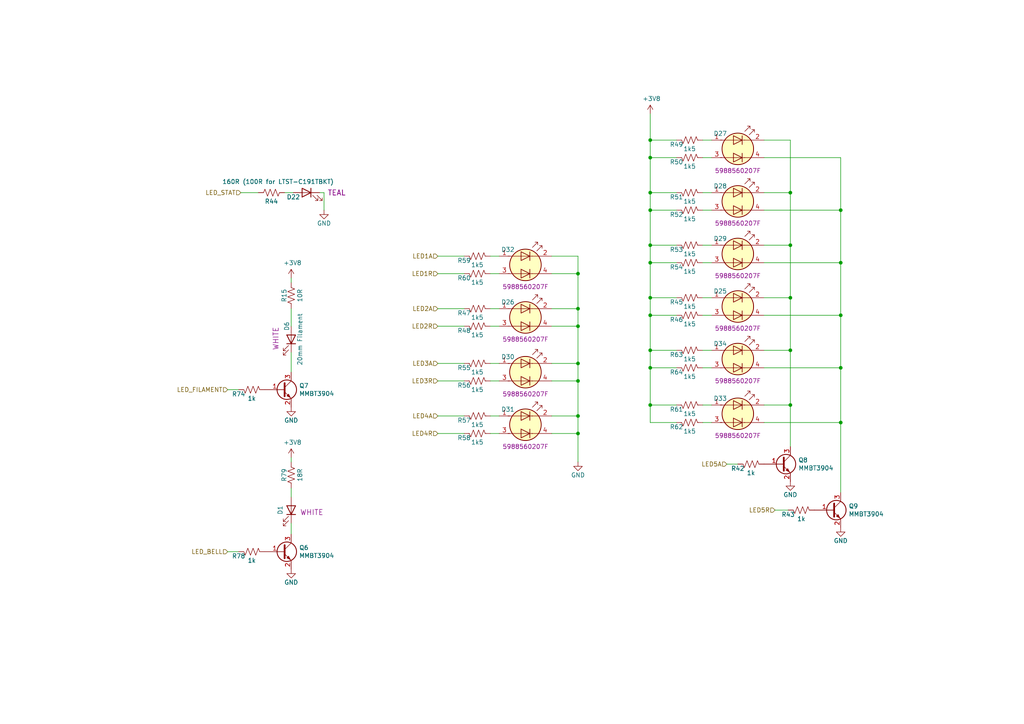
<source format=kicad_sch>
(kicad_sch (version 20231120) (generator "eeschema") (generator_version "8.0")
  (paper "A4")
  (title_block (title "RCP STATUS LEDS"))
  (lib_symbols
    (symbol "Device:LED" (pin_numbers hide) (pin_names (offset 1.016) hide)
      (property "Reference" "D" (at 0 2.54 0))
      (property "Value" "LED" (at 0 -2.54 0))
      (symbol "LED_0_1"
        (polyline (pts (xy -1.27 -1.27) (xy -1.27 1.27)) (stroke (width 0.254)))
        (polyline (pts (xy -1.27 0) (xy 1.27 0)))
        (polyline (pts (xy 1.27 -1.27) (xy 1.27 1.27) (xy -1.27 0) (xy 1.27 -1.27)) (stroke (width 0.254)))
        (polyline (pts (xy -3.048 -0.762) (xy -4.572 -2.286) (xy -3.81 -2.286) (xy -4.572 -2.286) (xy -4.572 -1.524)))
        (polyline (pts (xy -1.778 -0.762) (xy -3.302 -2.286) (xy -2.54 -2.286) (xy -3.302 -2.286) (xy -3.302 -1.524)))
      )
      (symbol "LED_1_1"
        (pin passive line (at -3.81 0 0) (length 2.54) (name "K") (number "1"))
        (pin passive line (at 3.81 0 180) (length 2.54) (name "A") (number "2"))
      )
    )
    (symbol "Device:LED_Dual_ACAC" (pin_names (offset 0) hide)
      (property "Reference" "D" (at 0 5.715 0))
      (property "Value" "Device_LED_Dual_ACAC" (at 0 -6.35 0))
      (symbol "LED_Dual_ACAC_0_1"
        (polyline (pts (xy -5.08 -2.54) (xy 2.032 -2.54)))
        (polyline (pts (xy -5.08 2.54) (xy 2.032 2.54)))
        (polyline (pts (xy 1.27 -1.27) (xy 1.27 -3.81)) (stroke (width 0.2032)))
        (polyline (pts (xy 1.27 3.81) (xy 1.27 1.27)) (stroke (width 0.2032)))
        (polyline (pts (xy 3.81 -2.54) (xy 1.905 -2.54)))
        (polyline (pts (xy 3.81 2.54) (xy 1.905 2.54)))
        (polyline (pts (xy -1.27 -1.27) (xy -1.27 -3.81) (xy 1.27 -2.54) (xy -1.27 -1.27)) (stroke (width 0.2032)))
        (polyline (pts (xy -1.27 3.81) (xy -1.27 1.27) (xy 1.27 2.54) (xy -1.27 3.81)) (stroke (width 0.2032)))
        (polyline (pts (xy 2.032 5.08) (xy 3.556 6.604) (xy 2.794 6.604) (xy 3.556 6.604) (xy 3.556 5.842)))
        (polyline (pts (xy 3.302 4.064) (xy 4.826 5.588) (xy 4.064 5.588) (xy 4.826 5.588) (xy 4.826 4.826)))
        (circle (center 0 0) (radius 4.572) (stroke (width 0.254)) (fill (type background)))
      )
      (symbol "LED_Dual_ACAC_1_1"
        (pin input line (at -7.62 2.54 0) (length 3.048) (name "A1") (number "1"))
        (pin input line (at 7.62 2.54 180) (length 3.81) (name "K1") (number "2"))
        (pin input line (at -7.62 -2.54 0) (length 3.048) (name "A2") (number "3"))
        (pin input line (at 7.62 -2.54 180) (length 3.81) (name "K2") (number "4"))
      )
    )
    (symbol "Device:R_US" (pin_numbers hide) (pin_names (offset 0))
      (property "Reference" "R" (at 2.54 0 90))
      (property "Value" "R_US" (at -2.54 0 90))
      (symbol "R_US_0_1"
        (polyline (pts (xy 0 -2.286) (xy 0 -2.54)))
        (polyline (pts (xy 0 2.286) (xy 0 2.54)))
        (polyline (pts (xy 0 -0.762) (xy 1.016 -1.143) (xy 0 -1.524) (xy -1.016 -1.905) (xy 0 -2.286)))
        (polyline (pts (xy 0 0.762) (xy 1.016 0.381) (xy 0 0) (xy -1.016 -0.381) (xy 0 -0.762)))
        (polyline (pts (xy 0 2.286) (xy 1.016 1.905) (xy 0 1.524) (xy -1.016 1.143) (xy 0 0.762)))
      )
      (symbol "R_US_1_1"
        (pin passive line (at 0 3.81 270) (length 1.27) (name "~") (number "1"))
        (pin passive line (at 0 -3.81 90) (length 1.27) (name "~") (number "2"))
      )
    )
    (symbol "Transistor_BJT:MMBT3904" (pin_names (offset 0) hide)
      (property "Reference" "Q" (at 5.08 1.905 0))
      (property "Value" "MMBT3904" (at 5.08 0 0))
      (symbol "MMBT3904_0_1"
        (polyline (pts (xy 0.635 0.635) (xy 2.54 2.54)))
        (polyline (pts (xy 0.635 -0.635) (xy 2.54 -2.54) (xy 2.54 -2.54)))
        (polyline (pts (xy 0.635 1.905) (xy 0.635 -1.905) (xy 0.635 -1.905)) (stroke (width 0.508)))
        (polyline (pts (xy 1.27 -1.778) (xy 1.778 -1.27) (xy 2.286 -2.286) (xy 1.27 -1.778) (xy 1.27 -1.778)) (fill (type outline)))
        (circle (center 1.27 0) (radius 2.8194) (stroke (width 0.254)))
      )
      (symbol "MMBT3904_1_1"
        (pin input line (at -5.08 0 0) (length 5.715) (name "B") (number "1"))
        (pin passive line (at 2.54 -5.08 90) (length 2.54) (name "E") (number "2"))
        (pin passive line (at 2.54 5.08 270) (length 2.54) (name "C") (number "3"))
      )
    )
    (symbol "power:+3V8" (power) (pin_names (offset 0))
      (property "Value" "+3V8" (at 0 3.556 0))
      (symbol "+3V8_0_1"
        (polyline (pts (xy -0.762 1.27) (xy 0 2.54)))
        (polyline (pts (xy 0 0) (xy 0 2.54)))
        (polyline (pts (xy 0 2.54) (xy 0.762 1.27)))
      )
      (symbol "+3V8_1_1"
        (pin power_in line (at 0 0 90) (length 0) hide (name "+3V8") (number "1"))
      )
    )
    (symbol "power:GND" (power) (pin_names (offset 0))
      (property "Value" "GND" (at 0 -3.81 0))
      (symbol "GND_0_1"
        (polyline (pts (xy 0 0) (xy 0 -1.27) (xy 1.27 -1.27) (xy 0 -2.54) (xy -1.27 -1.27) (xy 0 -1.27)))
      )
      (symbol "GND_1_1"
        (pin power_in line (at 0 0 270) (length 0) hide (name "GND") (number "1"))
      )
    )
  )
  (junction (at 188.595 117.475))
  (junction (at 167.64 89.535))
  (junction (at 188.595 60.96))
  (junction (at 243.84 60.96))
  (junction (at 229.235 71.12))
  (junction (at 188.595 55.88))
  (junction (at 229.235 101.6))
  (junction (at 167.64 125.73))
  (junction (at 167.64 94.615))
  (junction (at 188.595 40.64))
  (junction (at 167.64 105.41))
  (junction (at 188.595 76.2))
  (junction (at 167.64 79.375))
  (junction (at 243.84 91.44))
  (junction (at 188.595 101.6))
  (junction (at 188.595 91.44))
  (junction (at 188.595 106.68))
  (junction (at 188.595 86.36))
  (junction (at 243.84 106.68))
  (junction (at 188.595 45.72))
  (junction (at 229.235 55.88))
  (junction (at 188.595 71.12))
  (junction (at 243.84 122.555))
  (junction (at 229.235 86.36))
  (junction (at 243.84 76.2))
  (junction (at 229.235 117.475))
  (junction (at 167.64 110.49))
  (junction (at 167.64 120.65))
  (wire (pts (xy 167.64 110.49) (xy 160.02 110.49)))
  (wire (pts (xy 127 74.295) (xy 134.62 74.295)))
  (wire (pts (xy 84.455 89.535) (xy 84.455 94.615)))
  (wire (pts (xy 160.02 89.535) (xy 167.64 89.535)))
  (wire (pts (xy 221.615 86.36) (xy 229.235 86.36)))
  (wire (pts (xy 188.595 60.96) (xy 196.215 60.96)))
  (wire (pts (xy 229.235 86.36) (xy 229.235 101.6)))
  (wire (pts (xy 203.835 101.6) (xy 206.375 101.6)))
  (wire (pts (xy 188.595 40.64) (xy 188.595 45.72)))
  (wire (pts (xy 203.835 86.36) (xy 206.375 86.36)))
  (wire (pts (xy 84.455 102.235) (xy 84.455 107.95)))
  (wire (pts (xy 84.455 144.145) (xy 84.455 141.605)))
  (wire (pts (xy 144.78 125.73) (xy 142.24 125.73)))
  (wire (pts (xy 206.375 122.555) (xy 203.835 122.555)))
  (wire (pts (xy 188.595 106.68) (xy 196.215 106.68)))
  (wire (pts (xy 69.215 160.02) (xy 66.04 160.02)))
  (wire (pts (xy 203.835 117.475) (xy 206.375 117.475)))
  (wire (pts (xy 221.615 101.6) (xy 229.235 101.6)))
  (wire (pts (xy 188.595 122.555) (xy 196.215 122.555)))
  (wire (pts (xy 188.595 117.475) (xy 188.595 122.555)))
  (wire (pts (xy 221.615 45.72) (xy 243.84 45.72)))
  (wire (pts (xy 188.595 91.44) (xy 188.595 101.6)))
  (wire (pts (xy 84.455 151.765) (xy 84.455 154.94)))
  (wire (pts (xy 167.64 105.41) (xy 167.64 110.49)))
  (wire (pts (xy 167.64 79.375) (xy 167.64 89.535)))
  (wire (pts (xy 229.235 117.475) (xy 229.235 129.54)))
  (wire (pts (xy 188.595 106.68) (xy 188.595 117.475)))
  (wire (pts (xy 142.24 89.535) (xy 144.78 89.535)))
  (wire (pts (xy 188.595 86.36) (xy 188.595 91.44)))
  (wire (pts (xy 229.235 55.88) (xy 229.235 71.12)))
  (wire (pts (xy 203.835 55.88) (xy 206.375 55.88)))
  (wire (pts (xy 69.85 55.88) (xy 74.93 55.88)))
  (wire (pts (xy 84.455 80.645) (xy 84.455 81.915)))
  (wire (pts (xy 224.79 147.955) (xy 228.6 147.955)))
  (wire (pts (xy 127 110.49) (xy 134.62 110.49)))
  (wire (pts (xy 160.02 120.65) (xy 167.64 120.65)))
  (wire (pts (xy 188.595 55.88) (xy 196.215 55.88)))
  (wire (pts (xy 243.84 106.68) (xy 243.84 122.555)))
  (wire (pts (xy 127 125.73) (xy 134.62 125.73)))
  (wire (pts (xy 127 79.375) (xy 134.62 79.375)))
  (wire (pts (xy 188.595 55.88) (xy 188.595 60.96)))
  (wire (pts (xy 188.595 71.12) (xy 188.595 76.2)))
  (wire (pts (xy 243.84 122.555) (xy 243.84 142.875)))
  (wire (pts (xy 127 94.615) (xy 134.62 94.615)))
  (wire (pts (xy 243.84 76.2) (xy 243.84 91.44)))
  (wire (pts (xy 221.615 117.475) (xy 229.235 117.475)))
  (wire (pts (xy 127 89.535) (xy 134.62 89.535)))
  (wire (pts (xy 210.82 134.62) (xy 213.995 134.62)))
  (wire (pts (xy 167.64 94.615) (xy 160.02 94.615)))
  (wire (pts (xy 82.55 55.88) (xy 85.09 55.88)))
  (wire (pts (xy 160.02 74.295) (xy 167.64 74.295)))
  (wire (pts (xy 221.615 91.44) (xy 243.84 91.44)))
  (wire (pts (xy 167.64 120.65) (xy 167.64 125.73)))
  (wire (pts (xy 93.98 55.88) (xy 93.98 60.96)))
  (wire (pts (xy 127 105.41) (xy 134.62 105.41)))
  (wire (pts (xy 206.375 60.96) (xy 203.835 60.96)))
  (wire (pts (xy 229.235 40.64) (xy 229.235 55.88)))
  (wire (pts (xy 144.78 110.49) (xy 142.24 110.49)))
  (wire (pts (xy 243.84 60.96) (xy 243.84 76.2)))
  (wire (pts (xy 144.78 94.615) (xy 142.24 94.615)))
  (wire (pts (xy 188.595 71.12) (xy 196.215 71.12)))
  (wire (pts (xy 188.595 101.6) (xy 196.215 101.6)))
  (wire (pts (xy 167.64 79.375) (xy 160.02 79.375)))
  (wire (pts (xy 229.235 71.12) (xy 229.235 86.36)))
  (wire (pts (xy 144.78 79.375) (xy 142.24 79.375)))
  (wire (pts (xy 221.615 60.96) (xy 243.84 60.96)))
  (wire (pts (xy 142.24 74.295) (xy 144.78 74.295)))
  (wire (pts (xy 160.02 105.41) (xy 167.64 105.41)))
  (wire (pts (xy 167.64 74.295) (xy 167.64 79.375)))
  (wire (pts (xy 188.595 91.44) (xy 196.215 91.44)))
  (wire (pts (xy 167.64 94.615) (xy 167.64 105.41)))
  (wire (pts (xy 221.615 40.64) (xy 229.235 40.64)))
  (wire (pts (xy 221.615 76.2) (xy 243.84 76.2)))
  (wire (pts (xy 188.595 117.475) (xy 196.215 117.475)))
  (wire (pts (xy 84.455 133.985) (xy 84.455 132.715)))
  (wire (pts (xy 203.835 71.12) (xy 206.375 71.12)))
  (wire (pts (xy 188.595 76.2) (xy 196.215 76.2)))
  (wire (pts (xy 206.375 91.44) (xy 203.835 91.44)))
  (wire (pts (xy 167.64 110.49) (xy 167.64 120.65)))
  (wire (pts (xy 142.24 105.41) (xy 144.78 105.41)))
  (wire (pts (xy 188.595 86.36) (xy 196.215 86.36)))
  (wire (pts (xy 203.835 40.64) (xy 206.375 40.64)))
  (wire (pts (xy 188.595 101.6) (xy 188.595 106.68)))
  (wire (pts (xy 243.84 45.72) (xy 243.84 60.96)))
  (wire (pts (xy 188.595 45.72) (xy 196.215 45.72)))
  (wire (pts (xy 167.64 125.73) (xy 167.64 133.985)))
  (wire (pts (xy 229.235 101.6) (xy 229.235 117.475)))
  (wire (pts (xy 167.64 89.535) (xy 167.64 94.615)))
  (wire (pts (xy 69.215 113.03) (xy 66.04 113.03)))
  (wire (pts (xy 206.375 45.72) (xy 203.835 45.72)))
  (wire (pts (xy 206.375 106.68) (xy 203.835 106.68)))
  (wire (pts (xy 221.615 106.68) (xy 243.84 106.68)))
  (wire (pts (xy 188.595 45.72) (xy 188.595 55.88)))
  (wire (pts (xy 243.84 91.44) (xy 243.84 106.68)))
  (wire (pts (xy 206.375 76.2) (xy 203.835 76.2)))
  (wire (pts (xy 221.615 71.12) (xy 229.235 71.12)))
  (wire (pts (xy 167.64 125.73) (xy 160.02 125.73)))
  (wire (pts (xy 221.615 122.555) (xy 243.84 122.555)))
  (wire (pts (xy 188.595 76.2) (xy 188.595 86.36)))
  (wire (pts (xy 142.24 120.65) (xy 144.78 120.65)))
  (wire (pts (xy 92.71 55.88) (xy 93.98 55.88)))
  (wire (pts (xy 221.615 55.88) (xy 229.235 55.88)))
  (wire (pts (xy 188.595 60.96) (xy 188.595 71.12)))
  (wire (pts (xy 188.595 33.02) (xy 188.595 40.64)))
  (wire (pts (xy 127 120.65) (xy 134.62 120.65)))
  (wire (pts (xy 188.595 40.64) (xy 196.215 40.64)))
  (hierarchical_label "LED1R" (shape input) (at 127 79.375 180))
  (hierarchical_label "LED1A" (shape input) (at 127 74.295 180))
  (hierarchical_label "LED_STAT" (shape input) (at 69.85 55.88 180))
  (hierarchical_label "LED2A" (shape input) (at 127 89.535 180))
  (hierarchical_label "LED_BELL" (shape input) (at 66.04 160.02 180))
  (hierarchical_label "LED5A" (shape input) (at 210.82 134.62 180))
  (hierarchical_label "LED5R" (shape input) (at 224.79 147.955 180))
  (hierarchical_label "LED3A" (shape input) (at 127 105.41 180))
  (hierarchical_label "LED3R" (shape input) (at 127 110.49 180))
  (hierarchical_label "LED2R" (shape input) (at 127 94.615 180))
  (hierarchical_label "LED4R" (shape input) (at 127 125.73 180))
  (hierarchical_label "LED_FILAMENT" (shape input) (at 66.04 113.03 180))
  (hierarchical_label "LED4A" (shape input) (at 127 120.65 180))
  (symbol (lib_id "Device:R_US") (at 200.025 86.36 270) (mirror x) (unit 1)
    (property "Reference" "R45" (at 196.215 87.63 90))
    (property "Value" "1k5" (at 200.025 88.9 90))
    (property "Footprint" "Resistor_SMD:R_0603_1608Metric" (effects (hide yes)))
    (property "Distrib. Name" "Digi-Key" (effects (hide yes)))
    (property "Distrib Part No." "A130092CT-ND" (effects (hide yes)))
    (property "Mfg. Name" "Yageo" (effects (hide yes)))
    (property "Mfg. Part No." "RC0603JR-071K5L" (effects (hide yes)))
  )
  (symbol (lib_id "Device:R_US") (at 200.025 91.44 270) (mirror x) (unit 1)
    (property "Reference" "R46" (at 196.215 92.71 90))
    (property "Value" "1k5" (at 200.025 93.98 90))
    (property "Footprint" "Resistor_SMD:R_0603_1608Metric" (effects (hide yes)))
    (property "Distrib. Name" "Digi-Key" (effects (hide yes)))
    (property "Distrib Part No." "A130092CT-ND" (effects (hide yes)))
    (property "Mfg. Name" "Yageo" (effects (hide yes)))
    (property "Mfg. Part No." "RC0603JR-071K5L" (effects (hide yes)))
  )
  (symbol (lib_id "Device:R_US") (at 138.43 89.535 270) (mirror x) (unit 1)
    (property "Reference" "R47" (at 134.62 90.805 90))
    (property "Value" "1k5" (at 138.43 92.075 90))
    (property "Footprint" "Resistor_SMD:R_0603_1608Metric" (effects (hide yes)))
    (property "Distrib. Name" "Digi-Key" (effects (hide yes)))
    (property "Distrib Part No." "A130092CT-ND" (effects (hide yes)))
    (property "Mfg. Name" "Yageo" (effects (hide yes)))
    (property "Mfg. Part No." "RC0603JR-071K5L" (effects (hide yes)))
  )
  (symbol (lib_id "Device:R_US") (at 138.43 94.615 270) (mirror x) (unit 1)
    (property "Reference" "R48" (at 134.62 95.885 90))
    (property "Value" "1k5" (at 138.43 97.155 90))
    (property "Footprint" "Resistor_SMD:R_0603_1608Metric" (effects (hide yes)))
    (property "Distrib. Name" "Digi-Key" (effects (hide yes)))
    (property "Distrib Part No." "A130092CT-ND" (effects (hide yes)))
    (property "Mfg. Name" "Yageo" (effects (hide yes)))
    (property "Mfg. Part No." "RC0603JR-071K5L" (effects (hide yes)))
  )
  (symbol (lib_id "Device:R_US") (at 200.025 40.64 270) (mirror x) (unit 1)
    (property "Reference" "R49" (at 196.215 41.91 90))
    (property "Value" "1k5" (at 200.025 43.18 90))
    (property "Footprint" "Resistor_SMD:R_0603_1608Metric" (effects (hide yes)))
    (property "Distrib. Name" "Digi-Key" (effects (hide yes)))
    (property "Distrib Part No." "A130092CT-ND" (effects (hide yes)))
    (property "Mfg. Name" "Yageo" (effects (hide yes)))
    (property "Mfg. Part No." "RC0603JR-071K5L" (effects (hide yes)))
  )
  (symbol (lib_id "Device:R_US") (at 200.025 45.72 270) (mirror x) (unit 1)
    (property "Reference" "R50" (at 196.215 46.99 90))
    (property "Value" "1k5" (at 200.025 48.26 90))
    (property "Footprint" "Resistor_SMD:R_0603_1608Metric" (effects (hide yes)))
    (property "Distrib. Name" "Digi-Key" (effects (hide yes)))
    (property "Distrib Part No." "A130092CT-ND" (effects (hide yes)))
    (property "Mfg. Name" "Yageo" (effects (hide yes)))
    (property "Mfg. Part No." "RC0603JR-071K5L" (effects (hide yes)))
  )
  (symbol (lib_id "Device:R_US") (at 200.025 55.88 270) (mirror x) (unit 1)
    (property "Reference" "R51" (at 196.215 57.15 90))
    (property "Value" "1k5" (at 200.025 58.42 90))
    (property "Footprint" "Resistor_SMD:R_0603_1608Metric" (effects (hide yes)))
    (property "Distrib. Name" "Digi-Key" (effects (hide yes)))
    (property "Distrib Part No." "A130092CT-ND" (effects (hide yes)))
    (property "Mfg. Name" "Yageo" (effects (hide yes)))
    (property "Mfg. Part No." "RC0603JR-071K5L" (effects (hide yes)))
  )
  (symbol (lib_id "Device:R_US") (at 200.025 60.96 270) (mirror x) (unit 1)
    (property "Reference" "R52" (at 196.215 62.23 90))
    (property "Value" "1k5" (at 200.025 63.5 90))
    (property "Footprint" "Resistor_SMD:R_0603_1608Metric" (effects (hide yes)))
    (property "Distrib. Name" "Digi-Key" (effects (hide yes)))
    (property "Distrib Part No." "A130092CT-ND" (effects (hide yes)))
    (property "Mfg. Name" "Yageo" (effects (hide yes)))
    (property "Mfg. Part No." "RC0603JR-071K5L" (effects (hide yes)))
  )
  (symbol (lib_id "Device:R_US") (at 200.025 71.12 270) (mirror x) (unit 1)
    (property "Reference" "R53" (at 196.215 72.39 90))
    (property "Value" "1k5" (at 200.025 73.66 90))
    (property "Footprint" "Resistor_SMD:R_0603_1608Metric" (effects (hide yes)))
    (property "Distrib. Name" "Digi-Key" (effects (hide yes)))
    (property "Distrib Part No." "A130092CT-ND" (effects (hide yes)))
    (property "Mfg. Name" "Yageo" (effects (hide yes)))
    (property "Mfg. Part No." "RC0603JR-071K5L" (effects (hide yes)))
  )
  (symbol (lib_id "Device:R_US") (at 200.025 76.2 270) (mirror x) (unit 1)
    (property "Reference" "R54" (at 196.215 77.47 90))
    (property "Value" "1k5" (at 200.025 78.74 90))
    (property "Footprint" "Resistor_SMD:R_0603_1608Metric" (effects (hide yes)))
    (property "Distrib. Name" "Digi-Key" (effects (hide yes)))
    (property "Distrib Part No." "A130092CT-ND" (effects (hide yes)))
    (property "Mfg. Name" "Yageo" (effects (hide yes)))
    (property "Mfg. Part No." "RC0603JR-071K5L" (effects (hide yes)))
  )
  (symbol (lib_id "Device:R_US") (at 138.43 105.41 270) (mirror x) (unit 1)
    (property "Reference" "R55" (at 134.62 106.68 90))
    (property "Value" "1k5" (at 138.43 107.95 90))
    (property "Footprint" "Resistor_SMD:R_0603_1608Metric" (effects (hide yes)))
    (property "Distrib. Name" "Digi-Key" (effects (hide yes)))
    (property "Distrib Part No." "A130092CT-ND" (effects (hide yes)))
    (property "Mfg. Name" "Yageo" (effects (hide yes)))
    (property "Mfg. Part No." "RC0603JR-071K5L" (effects (hide yes)))
  )
  (symbol (lib_id "Device:R_US") (at 138.43 110.49 270) (mirror x) (unit 1)
    (property "Reference" "R56" (at 134.62 111.76 90))
    (property "Value" "1k5" (at 138.43 113.03 90))
    (property "Footprint" "Resistor_SMD:R_0603_1608Metric" (effects (hide yes)))
    (property "Distrib. Name" "Digi-Key" (effects (hide yes)))
    (property "Distrib Part No." "A130092CT-ND" (effects (hide yes)))
    (property "Mfg. Name" "Yageo" (effects (hide yes)))
    (property "Mfg. Part No." "RC0603JR-071K5L" (effects (hide yes)))
  )
  (symbol (lib_id "Device:R_US") (at 138.43 120.65 270) (mirror x) (unit 1)
    (property "Reference" "R57" (at 134.62 121.92 90))
    (property "Value" "1k5" (at 138.43 123.19 90))
    (property "Footprint" "Resistor_SMD:R_0603_1608Metric" (effects (hide yes)))
    (property "Distrib. Name" "Digi-Key" (effects (hide yes)))
    (property "Distrib Part No." "A130092CT-ND" (effects (hide yes)))
    (property "Mfg. Name" "Yageo" (effects (hide yes)))
    (property "Mfg. Part No." "RC0603JR-071K5L" (effects (hide yes)))
  )
  (symbol (lib_id "Device:R_US") (at 138.43 125.73 270) (mirror x) (unit 1)
    (property "Reference" "R58" (at 134.62 127 90))
    (property "Value" "1k5" (at 138.43 128.27 90))
    (property "Footprint" "Resistor_SMD:R_0603_1608Metric" (effects (hide yes)))
    (property "Distrib. Name" "Digi-Key" (effects (hide yes)))
    (property "Distrib Part No." "A130092CT-ND" (effects (hide yes)))
    (property "Mfg. Name" "Yageo" (effects (hide yes)))
    (property "Mfg. Part No." "RC0603JR-071K5L" (effects (hide yes)))
  )
  (symbol (lib_id "Device:R_US") (at 138.43 74.295 270) (mirror x) (unit 1)
    (property "Reference" "R59" (at 134.62 75.565 90))
    (property "Value" "1k5" (at 138.43 76.835 90))
    (property "Footprint" "Resistor_SMD:R_0603_1608Metric" (effects (hide yes)))
    (property "Distrib. Name" "Digi-Key" (effects (hide yes)))
    (property "Distrib Part No." "A130092CT-ND" (effects (hide yes)))
    (property "Mfg. Name" "Yageo" (effects (hide yes)))
    (property "Mfg. Part No." "RC0603JR-071K5L" (effects (hide yes)))
  )
  (symbol (lib_id "Device:R_US") (at 138.43 79.375 270) (mirror x) (unit 1)
    (property "Reference" "R60" (at 134.62 80.645 90))
    (property "Value" "1k5" (at 138.43 81.915 90))
    (property "Footprint" "Resistor_SMD:R_0603_1608Metric" (effects (hide yes)))
    (property "Distrib. Name" "Digi-Key" (effects (hide yes)))
    (property "Distrib Part No." "A130092CT-ND" (effects (hide yes)))
    (property "Mfg. Name" "Yageo" (effects (hide yes)))
    (property "Mfg. Part No." "RC0603JR-071K5L" (effects (hide yes)))
  )
  (symbol (lib_id "Device:R_US") (at 200.025 117.475 270) (mirror x) (unit 1)
    (property "Reference" "R61" (at 196.215 118.745 90))
    (property "Value" "1k5" (at 200.025 120.015 90))
    (property "Footprint" "Resistor_SMD:R_0603_1608Metric" (effects (hide yes)))
    (property "Distrib. Name" "Digi-Key" (effects (hide yes)))
    (property "Distrib Part No." "A130092CT-ND" (effects (hide yes)))
    (property "Mfg. Name" "Yageo" (effects (hide yes)))
    (property "Mfg. Part No." "RC0603JR-071K5L" (effects (hide yes)))
  )
  (symbol (lib_id "Device:R_US") (at 200.025 122.555 270) (mirror x) (unit 1)
    (property "Reference" "R62" (at 196.215 123.825 90))
    (property "Value" "1k5" (at 200.025 125.095 90))
    (property "Footprint" "Resistor_SMD:R_0603_1608Metric" (effects (hide yes)))
    (property "Distrib. Name" "Digi-Key" (effects (hide yes)))
    (property "Distrib Part No." "A130092CT-ND" (effects (hide yes)))
    (property "Mfg. Name" "Yageo" (effects (hide yes)))
    (property "Mfg. Part No." "RC0603JR-071K5L" (effects (hide yes)))
  )
  (symbol (lib_id "Device:R_US") (at 200.025 101.6 270) (mirror x) (unit 1)
    (property "Reference" "R63" (at 196.215 102.87 90))
    (property "Value" "1k5" (at 200.025 104.14 90))
    (property "Footprint" "Resistor_SMD:R_0603_1608Metric" (effects (hide yes)))
    (property "Distrib. Name" "Digi-Key" (effects (hide yes)))
    (property "Distrib Part No." "A130092CT-ND" (effects (hide yes)))
    (property "Mfg. Name" "Yageo" (effects (hide yes)))
    (property "Mfg. Part No." "RC0603JR-071K5L" (effects (hide yes)))
  )
  (symbol (lib_id "Device:R_US") (at 200.025 106.68 270) (mirror x) (unit 1)
    (property "Reference" "R64" (at 196.215 107.95 90))
    (property "Value" "1k5" (at 200.025 109.22 90))
    (property "Footprint" "Resistor_SMD:R_0603_1608Metric" (effects (hide yes)))
    (property "Distrib. Name" "Digi-Key" (effects (hide yes)))
    (property "Distrib Part No." "A130092CT-ND" (effects (hide yes)))
    (property "Mfg. Name" "Yageo" (effects (hide yes)))
    (property "Mfg. Part No." "RC0603JR-071K5L" (effects (hide yes)))
  )
  (symbol (lib_id "power:GND") (at 167.64 133.985 0) (unit 1)
    (property "Reference" "#PWR0218" (effects (hide yes)))
    (property "Value" "GND" (at 167.64 137.795 0))
  )
  (symbol (lib_id "Device:R_US") (at 78.74 55.88 270) (unit 1)
    (property "Reference" "R44" (at 78.74 58.42 90))
    (property "Value" "160R (100R for LTST-C191TBKT)" (at 80.645 52.705 90))
    (property "Footprint" "Resistor_SMD:R_0603_1608Metric" (effects (hide yes)))
    (property "Mfg. Name" "Vishay" (effects (hide yes)))
    (property "Mfg. Part No." "CRCW0603160RFKEA" (effects (hide yes)))
  )
  (symbol (lib_id "power:GND") (at 93.98 60.96 0) (unit 1)
    (property "Reference" "#PWR0216" (effects (hide yes)))
    (property "Value" "GND" (at 93.98 64.77 0))
  )
  (symbol (lib_id "Device:LED") (at 88.9 55.88 0) (mirror y) (unit 1)
    (property "Reference" "D22" (at 85.09 57.15 0))
    (property "Value" "Status LED" (effects (hide yes)))
    (property "Footprint" "LED_SMD:LED_0603_1608Metric_Castellated" (effects (hide yes)))
    (property "Mfg. Name" "Rohm" (effects (hide yes)))
    (property "Mfg. Part No." "SMLE13EC8TT86" (effects (hide yes)))
    (property "Color" "TEAL" (at 100.33 55.88 0) (effects (font (size 1.524 1.524)) (justify left)))
    (property "Alt. Part No." " LTST-C191TBKT" (effects (hide yes)))
  )
  (symbol (lib_id "Device:LED_Dual_ACAC") (at 213.995 88.9 0) (unit 1)
    (property "Reference" "D25" (at 208.915 84.455 0))
    (property "Value" "Red/Yellow Bar Meter LED" (effects (hide yes)))
    (property "Footprint" "MyFootprints:LED_Dialight_5988560207F" (effects (hide yes)))
    (property "Datasheet" "http://www.dialightsignalsandcomponents.com/Assets/Brochures_And_Catalogs/Indication/CBI_SMD_new/Dialight_CBI_data_598-biRA_Apr2018.pdf" (effects (hide yes)))
    (property "Mfg. Name" "Dialight" (effects (hide yes)))
    (property "Mfg. Part No." "5988560207F" (at 213.995 95.25 0))
  )
  (symbol (lib_id "Transistor_BJT:MMBT3904") (at 81.915 113.03 0) (unit 1)
    (property "Reference" "Q7" (at 86.7664 111.8616 0) (effects (justify left)))
    (property "Value" "MMBT3904" (at 86.7664 114.173 0) (effects (justify left)))
    (property "Footprint" "Package_TO_SOT_SMD:SOT-23" (effects (hide yes)))
    (property "Datasheet" "https://www.fairchildsemi.com/datasheets/2N/2N3904.pdf" (effects (hide yes)))
    (property "Mfg. Name" "Fairchild" (effects (hide yes)))
    (property "Mfg. Part No." "MMBT3904" (effects (hide yes)))
  )
  (symbol (lib_id "Device:R_US") (at 73.025 113.03 270) (mirror x) (unit 1)
    (property "Reference" "R74" (at 69.215 114.3 90))
    (property "Value" "1k" (at 73.025 115.57 90))
    (property "Footprint" "Resistor_SMD:R_0603_1608Metric" (effects (hide yes)))
    (property "Mfg. Name" "KOA" (effects (hide yes)))
    (property "Mfg. Part No." "RK73H1JTTD1001F" (effects (hide yes)))
  )
  (symbol (lib_id "power:GND") (at 84.455 118.11 0) (unit 1)
    (property "Reference" "#PWR0189" (effects (hide yes)))
    (property "Value" "GND" (at 84.455 121.92 0))
  )
  (symbol (lib_id "power:+3V8") (at 84.455 80.645 0) (unit 1)
    (property "Reference" "#PWR0190" (effects (hide yes)))
    (property "Value" "+3V8" (at 84.836 76.2508 0))
  )
  (symbol (lib_id "Device:R_US") (at 84.455 85.725 180) (unit 1)
    (property "Reference" "R15" (at 82.423 85.725 90))
    (property "Value" "10R" (at 86.995 85.725 90))
    (property "Footprint" "Resistor_SMD:R_0603_1608Metric" (effects (hide yes)))
    (property "Mfg. Name" "Panasonic" (effects (hide yes)))
    (property "Mfg. Part No." "ERJ-3GEYJ100V" (effects (hide yes)))
  )
  (symbol (lib_id "Transistor_BJT:MMBT3904") (at 81.915 160.02 0) (unit 1)
    (property "Reference" "Q6" (at 86.7664 158.8516 0) (effects (justify left)))
    (property "Value" "MMBT3904" (at 86.7664 161.163 0) (effects (justify left)))
    (property "Footprint" "MyFootprints:SOT-23" (effects (hide yes)))
    (property "Datasheet" "https://www.fairchildsemi.com/datasheets/2N/2N3904.pdf" (effects (hide yes)))
    (property "Mfg. Name" "Fairchild" (effects (hide yes)))
    (property "Mfg. Part No." "MMBT3904" (effects (hide yes)))
  )
  (symbol (lib_id "Device:R_US") (at 73.025 160.02 270) (mirror x) (unit 1)
    (property "Reference" "R78" (at 69.215 161.29 90))
    (property "Value" "1k" (at 73.025 162.56 90))
    (property "Footprint" "Resistor_SMD:R_0603_1608Metric" (effects (hide yes)))
    (property "Mfg. Name" "KOA" (effects (hide yes)))
    (property "Mfg. Part No." "RK73H1JTTD1001F" (effects (hide yes)))
  )
  (symbol (lib_id "power:GND") (at 84.455 165.1 0) (unit 1)
    (property "Reference" "#PWR0244" (effects (hide yes)))
    (property "Value" "GND" (at 84.455 168.91 0))
  )
  (symbol (lib_id "Device:LED") (at 84.455 147.955 270) (mirror x) (unit 1)
    (property "Reference" "D1" (at 81.28 147.955 0))
    (property "Value" "White Bell LED" (effects (hide yes)))
    (property "Footprint" "MyFootprints:Osram_1212" (effects (hide yes)))
    (property "Mfg. Name" "Osram" (effects (hide yes)))
    (property "Mfg. Part No." "KW DSLP31.CC-GXHX-4J8K-Z444-60-R18" (effects (hide yes)))
    (property "Color" "WHITE" (at 86.995 148.59 90) (effects (font (size 1.524 1.524)) (justify left)))
  )
  (symbol (lib_id "Device:R_US") (at 84.455 137.795 180) (unit 1)
    (property "Reference" "R79" (at 82.423 137.795 90))
    (property "Value" "18R" (at 86.995 137.795 90))
    (property "Footprint" "Resistor_SMD:R_0603_1608Metric" (effects (hide yes)))
    (property "Mfg. Name" "TE" (effects (hide yes)))
    (property "Mfg. Part No." "CRGCQ0603F18R" (effects (hide yes)))
  )
  (symbol (lib_id "power:+3V8") (at 84.455 132.715 0) (unit 1)
    (property "Reference" "#PWR0245" (effects (hide yes)))
    (property "Value" "+3V8" (at 84.836 128.3208 0))
  )
  (symbol (lib_id "Device:LED_Dual_ACAC") (at 213.995 120.015 0) (unit 1)
    (property "Reference" "D33" (at 208.915 115.57 0))
    (property "Value" "Red/Yellow Bar Meter LED" (effects (hide yes)))
    (property "Footprint" "MyFootprints:LED_Dialight_5988560207F" (effects (hide yes)))
    (property "Datasheet" "http://www.dialightsignalsandcomponents.com/Assets/Brochures_And_Catalogs/Indication/CBI_SMD_new/Dialight_CBI_data_598-biRA_Apr2018.pdf" (effects (hide yes)))
    (property "Mfg. Name" "Dialight" (effects (hide yes)))
    (property "Mfg. Part No." "5988560207F" (at 213.995 126.365 0))
  )
  (symbol (lib_id "Transistor_BJT:MMBT3904") (at 241.3 147.955 0) (unit 1)
    (property "Reference" "Q9" (at 246.1514 146.7866 0) (effects (justify left)))
    (property "Value" "MMBT3904" (at 246.1514 149.098 0) (effects (justify left)))
    (property "Footprint" "MyFootprints:SOT-23" (effects (hide yes)))
    (property "Datasheet" "https://www.fairchildsemi.com/datasheets/2N/2N3904.pdf" (effects (hide yes)))
    (property "Mfg. Name" "Fairchild" (effects (hide yes)))
    (property "Mfg. Part No." "MMBT3904" (effects (hide yes)))
  )
  (symbol (lib_id "Device:LED_Dual_ACAC") (at 213.995 58.42 0) (unit 1)
    (property "Reference" "D28" (at 208.915 53.975 0))
    (property "Value" "Red/Yellow Bar Meter LED" (effects (hide yes)))
    (property "Footprint" "MyFootprints:LED_Dialight_5988560207F" (effects (hide yes)))
    (property "Datasheet" "http://www.dialightsignalsandcomponents.com/Assets/Brochures_And_Catalogs/Indication/CBI_SMD_new/Dialight_CBI_data_598-biRA_Apr2018.pdf" (effects (hide yes)))
    (property "Mfg. Name" "Dialight" (effects (hide yes)))
    (property "Mfg. Part No." "5988560207F" (at 213.995 64.77 0))
  )
  (symbol (lib_id "Transistor_BJT:MMBT3904") (at 226.695 134.62 0) (unit 1)
    (property "Reference" "Q8" (at 231.5464 133.4516 0) (effects (justify left)))
    (property "Value" "MMBT3904" (at 231.5464 135.763 0) (effects (justify left)))
    (property "Footprint" "MyFootprints:SOT-23" (effects (hide yes)))
    (property "Datasheet" "https://www.fairchildsemi.com/datasheets/2N/2N3904.pdf" (effects (hide yes)))
    (property "Mfg. Name" "Fairchild" (effects (hide yes)))
    (property "Mfg. Part No." "MMBT3904" (effects (hide yes)))
  )
  (symbol (lib_id "Device:LED_Dual_ACAC") (at 152.4 92.075 0) (unit 1)
    (property "Reference" "D26" (at 147.32 87.63 0))
    (property "Value" "Red/Yellow Bar Meter LED" (effects (hide yes)))
    (property "Footprint" "MyFootprints:LED_Dialight_5988560207F" (effects (hide yes)))
    (property "Datasheet" "http://www.dialightsignalsandcomponents.com/Assets/Brochures_And_Catalogs/Indication/CBI_SMD_new/Dialight_CBI_data_598-biRA_Apr2018.pdf" (effects (hide yes)))
    (property "Mfg. Name" "Dialight" (effects (hide yes)))
    (property "Mfg. Part No." "5988560207F" (at 152.4 98.425 0))
  )
  (symbol (lib_id "Device:R_US") (at 217.805 134.62 270) (mirror x) (unit 1)
    (property "Reference" "R42" (at 213.995 135.89 90))
    (property "Value" "1k" (at 217.805 137.16 90))
    (property "Footprint" "Resistor_SMD:R_0603_1608Metric" (effects (hide yes)))
    (property "Mfg. Name" "KOA" (effects (hide yes)))
    (property "Mfg. Part No." "RK73H1JTTD1001F" (effects (hide yes)))
  )
  (symbol (lib_id "power:+3V8") (at 188.595 33.02 0) (unit 1)
    (property "Reference" "#PWR01" (effects (hide yes)))
    (property "Value" "+3V8" (at 188.976 28.6258 0))
  )
  (symbol (lib_id "power:GND") (at 243.84 153.035 0) (unit 1)
    (property "Reference" "#PWR08" (effects (hide yes)))
    (property "Value" "GND" (at 243.84 156.845 0))
  )
  (symbol (lib_id "Device:LED_Dual_ACAC") (at 152.4 76.835 0) (unit 1)
    (property "Reference" "D32" (at 147.32 72.39 0))
    (property "Value" "Red/Yellow Bar Meter LED" (effects (hide yes)))
    (property "Footprint" "MyFootprints:LED_Dialight_5988560207F" (effects (hide yes)))
    (property "Datasheet" "http://www.dialightsignalsandcomponents.com/Assets/Brochures_And_Catalogs/Indication/CBI_SMD_new/Dialight_CBI_data_598-biRA_Apr2018.pdf" (effects (hide yes)))
    (property "Mfg. Name" "Dialight" (effects (hide yes)))
    (property "Mfg. Part No." "5988560207F" (at 152.4 83.185 0))
  )
  (symbol (lib_id "Device:LED") (at 84.455 98.425 270) (mirror x) (unit 1)
    (property "Reference" "D6" (at 83.185 94.615 0))
    (property "Value" "20mm Filament" (at 86.995 98.425 0))
    (property "Footprint" "MyFootprints:FilamentLED_20mm" (effects (hide yes)))
    (property "Color" "WHITE" (at 80.01 101.6 0) (effects (font (size 1.524 1.524)) (justify left)))
  )
  (symbol (lib_id "Device:R_US") (at 232.41 147.955 270) (mirror x) (unit 1)
    (property "Reference" "R43" (at 228.6 149.225 90))
    (property "Value" "1k" (at 232.41 150.495 90))
    (property "Footprint" "Resistor_SMD:R_0603_1608Metric" (effects (hide yes)))
    (property "Mfg. Name" "KOA" (effects (hide yes)))
    (property "Mfg. Part No." "RK73H1JTTD1001F" (effects (hide yes)))
  )
  (symbol (lib_id "Device:LED_Dual_ACAC") (at 213.995 43.18 0) (unit 1)
    (property "Reference" "D27" (at 208.915 38.735 0))
    (property "Value" "Red/Yellow Bar Meter LED" (effects (hide yes)))
    (property "Footprint" "MyFootprints:LED_Dialight_5988560207F" (effects (hide yes)))
    (property "Datasheet" "http://www.dialightsignalsandcomponents.com/Assets/Brochures_And_Catalogs/Indication/CBI_SMD_new/Dialight_CBI_data_598-biRA_Apr2018.pdf" (effects (hide yes)))
    (property "Mfg. Name" "Dialight" (effects (hide yes)))
    (property "Mfg. Part No." "5988560207F" (at 213.995 49.53 0))
  )
  (symbol (lib_id "power:GND") (at 229.235 139.7 0) (unit 1)
    (property "Reference" "#PWR07" (effects (hide yes)))
    (property "Value" "GND" (at 229.235 143.51 0))
  )
  (symbol (lib_id "Device:LED_Dual_ACAC") (at 152.4 107.95 0) (unit 1)
    (property "Reference" "D30" (at 147.32 103.505 0))
    (property "Value" "Red/Yellow Bar Meter LED" (effects (hide yes)))
    (property "Footprint" "MyFootprints:LED_Dialight_5988560207F" (effects (hide yes)))
    (property "Datasheet" "http://www.dialightsignalsandcomponents.com/Assets/Brochures_And_Catalogs/Indication/CBI_SMD_new/Dialight_CBI_data_598-biRA_Apr2018.pdf" (effects (hide yes)))
    (property "Mfg. Name" "Dialight" (effects (hide yes)))
    (property "Mfg. Part No." "5988560207F" (at 152.4 114.3 0))
  )
  (symbol (lib_id "Device:LED_Dual_ACAC") (at 152.4 123.19 0) (unit 1)
    (property "Reference" "D31" (at 147.32 118.745 0))
    (property "Value" "Red/Yellow Bar Meter LED" (effects (hide yes)))
    (property "Footprint" "MyFootprints:LED_Dialight_5988560207F" (effects (hide yes)))
    (property "Datasheet" "http://www.dialightsignalsandcomponents.com/Assets/Brochures_And_Catalogs/Indication/CBI_SMD_new/Dialight_CBI_data_598-biRA_Apr2018.pdf" (effects (hide yes)))
    (property "Mfg. Name" "Dialight" (effects (hide yes)))
    (property "Mfg. Part No." "5988560207F" (at 152.4 129.54 0))
  )
  (symbol (lib_id "Device:LED_Dual_ACAC") (at 213.995 73.66 0) (unit 1)
    (property "Reference" "D29" (at 208.915 69.215 0))
    (property "Value" "Red/Yellow Bar Meter LED" (effects (hide yes)))
    (property "Footprint" "MyFootprints:LED_Dialight_5988560207F" (effects (hide yes)))
    (property "Datasheet" "http://www.dialightsignalsandcomponents.com/Assets/Brochures_And_Catalogs/Indication/CBI_SMD_new/Dialight_CBI_data_598-biRA_Apr2018.pdf" (effects (hide yes)))
    (property "Mfg. Name" "Dialight" (effects (hide yes)))
    (property "Mfg. Part No." "5988560207F" (at 213.995 80.01 0))
  )
  (symbol (lib_id "Device:LED_Dual_ACAC") (at 213.995 104.14 0) (unit 1)
    (property "Reference" "D34" (at 208.915 99.695 0))
    (property "Value" "Red/Yellow Bar Meter LED" (effects (hide yes)))
    (property "Footprint" "MyFootprints:LED_Dialight_5988560207F" (effects (hide yes)))
    (property "Datasheet" "http://www.dialightsignalsandcomponents.com/Assets/Brochures_And_Catalogs/Indication/CBI_SMD_new/Dialight_CBI_data_598-biRA_Apr2018.pdf" (effects (hide yes)))
    (property "Mfg. Name" "Dialight" (effects (hide yes)))
    (property "Mfg. Part No." "5988560207F" (at 213.995 110.49 0))
  )
)
</source>
